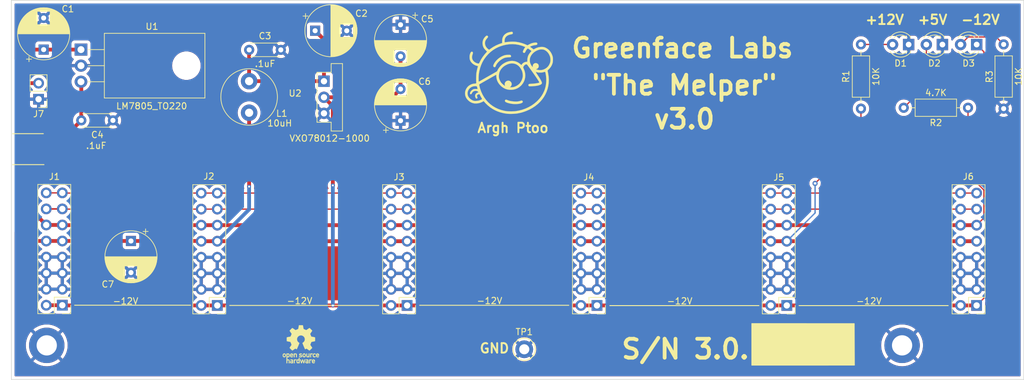
<source format=kicad_pcb>
(kicad_pcb (version 20211014) (generator pcbnew)
  (title_block (title "The Melper") (rev "3.0"))
  (layers (0 "F.Cu" signal) (31 "B.Cu" signal) (34 "B.Paste" user) (35 "F.Paste" user) (36 "B.SilkS" user "B.Silkscreen") (37 "F.SilkS" user "F.Silkscreen") (38 "B.Mask" user) (39 "F.Mask" user) (44 "Edge.Cuts" user))
  (net 0 "")
  (net 1 "+12V")
  (net 2 "GND")
  (net 3 "Net-(C2-Pad1)")
  (net 4 "+5V")
  (net 5 "-12V")
  (net 6 "Net-(D1-Pad2)")
  (net 7 "Net-(D2-Pad2)")
  (net 8 "Net-(D3-Pad2)")
  (net 9 "CV")
  (net 10 "GATE")
  (footprint "MountingHole:MountingHole_3.2mm_M3_DIN965_Pad" (layer "F.Cu") (at 180.76 94.6)
    (fp_text reference "H2" hide)
    (fp_text value "MountingHole_Pad")
    (pad "1" thru_hole circle (at 0 0) (size 5.6 5.6) (drill 3.2) (layers *.Cu *.Mask) (net 2 "GND"))
  )
  (footprint "Capacitor_THT:CP_Radial_D8.0mm_P5.00mm" (layer "F.Cu") (at 101.5 43.867349 -90)
    (fp_text reference "C5" (at -0.907349 -4.22) (layer "F.SilkS"))
    (fp_text value "10uF")
    (pad "1" thru_hole rect (at 0 0 270) (size 1.6 1.6) (drill 0.8) (layers *.Cu *.Mask) (net 2 "GND"))
    (pad "2" thru_hole circle (at 5 0 270) (size 1.6 1.6) (drill 0.8) (layers *.Cu *.Mask) (net 5 "-12V"))
  )
  (footprint "LED_THT:LED_D3.0mm" (layer "F.Cu") (at 181.795 47 180)
    (fp_text reference "D1" (at 1.27 -2.96) (layer "F.SilkS"))
    (fp_text value "RED LED")
    (pad "1" thru_hole rect (at 0 0 180) (size 1.8 1.8) (drill 0.9) (layers *.Cu *.Mask) (net 2 "GND"))
    (pad "2" thru_hole circle (at 2.54 0 180) (size 1.8 1.8) (drill 0.9) (layers *.Cu *.Mask) (net 6 "Net-(D1-Pad2)"))
  )
  (footprint "LED_THT:LED_D3.0mm" (layer "F.Cu") (at 187.135 47 180)
    (fp_text reference "D2" (at 1.27 -2.96) (layer "F.SilkS"))
    (fp_text value "YELLOW LED")
    (pad "1" thru_hole rect (at 0 0 180) (size 1.8 1.8) (drill 0.9) (layers *.Cu *.Mask) (net 2 "GND"))
    (pad "2" thru_hole circle (at 2.54 0 180) (size 1.8 1.8) (drill 0.9) (layers *.Cu *.Mask) (net 7 "Net-(D2-Pad2)"))
  )
  (footprint "Connector_PinHeader_2.54mm:PinHeader_2x08_P2.54mm_Vertical" (layer "F.Cu") (at 162.54 88.28 180)
    (fp_text reference "J5" (at 1.25 20.26) (layer "F.SilkS"))
    (fp_text value "Conn_02x08_Odd_Even")
    (pad "1" thru_hole rect (at 0 0 180) (size 1.7 1.7) (drill 1) (layers *.Cu *.Mask) (net 5 "-12V"))
    (pad "2" thru_hole oval (at 2.54 0 180) (size 1.7 1.7) (drill 1) (layers *.Cu *.Mask) (net 5 "-12V"))
    (pad "3" thru_hole oval (at 0 2.54 180) (size 1.7 1.7) (drill 1) (layers *.Cu *.Mask) (net 2 "GND"))
    (pad "4" thru_hole oval (at 2.54 2.54 180) (size 1.7 1.7) (drill 1) (layers *.Cu *.Mask) (net 2 "GND"))
    (pad "5" thru_hole oval (at 0 5.08 180) (size 1.7 1.7) (drill 1) (layers *.Cu *.Mask) (net 2 "GND"))
    (pad "6" thru_hole oval (at 2.54 5.08 180) (size 1.7 1.7) (drill 1) (layers *.Cu *.Mask) (net 2 "GND"))
    (pad "7" thru_hole oval (at 0 7.62 180) (size 1.7 1.7) (drill 1) (layers *.Cu *.Mask) (net 2 "GND"))
    (pad "8" thru_hole oval (at 2.54 7.62 180) (size 1.7 1.7) (drill 1) (layers *.Cu *.Mask) (net 2 "GND"))
    (pad "9" thru_hole oval (at 0 10.16 180) (size 1.7 1.7) (drill 1) (layers *.Cu *.Mask) (net 1 "+12V"))
    (pad "10" thru_hole oval (at 2.54 10.16 180) (size 1.7 1.7) (drill 1) (layers *.Cu *.Mask) (net 1 "+12V"))
    (pad "11" thru_hole oval (at 0 12.7 180) (size 1.7 1.7) (drill 1) (layers *.Cu *.Mask) (net 4 "+5V"))
    (pad "12" thru_hole oval (at 2.54 12.7 180) (size 1.7 1.7) (drill 1) (layers *.Cu *.Mask) (net 4 "+5V"))
    (pad "13" thru_hole oval (at 0 15.24 180) (size 1.7 1.7) (drill 1) (layers *.Cu *.Mask) (net 9 "CV"))
    (pad "14" thru_hole oval (at 2.54 15.24 180) (size 1.7 1.7) (drill 1) (layers *.Cu *.Mask) (net 9 "CV"))
    (pad "15" thru_hole oval (at 0 17.78 180) (size 1.7 1.7) (drill 1) (layers *.Cu *.Mask) (net 10 "GATE"))
    (pad "16" thru_hole oval (at 2.54 17.78 180) (size 1.7 1.7) (drill 1) (layers *.Cu *.Mask) (net 10 "GATE"))
  )
  (footprint "Connector_PinHeader_2.54mm:PinHeader_2x08_P2.54mm_Vertical" (layer "F.Cu") (at 102.54 88.28 180)
    (fp_text reference "J3" (at 1.27 20.31) (layer "F.SilkS"))
    (fp_text value "Conn_02x08_Odd_Even")
    (pad "1" thru_hole rect (at 0 0 180) (size 1.7 1.7) (drill 1) (layers *.Cu *.Mask) (net 5 "-12V"))
    (pad "2" thru_hole oval (at 2.54 0 180) (size 1.7 1.7) (drill 1) (layers *.Cu *.Mask) (net 5 "-12V"))
    (pad "3" thru_hole oval (at 0 2.54 180) (size 1.7 1.7) (drill 1) (layers *.Cu *.Mask) (net 2 "GND"))
    (pad "4" thru_hole oval (at 2.54 2.54 180) (size 1.7 1.7) (drill 1) (layers *.Cu *.Mask) (net 2 "GND"))
    (pad "5" thru_hole oval (at 0 5.08 180) (size 1.7 1.7) (drill 1) (layers *.Cu *.Mask) (net 2 "GND"))
    (pad "6" thru_hole oval (at 2.54 5.08 180) (size 1.7 1.7) (drill 1) (layers *.Cu *.Mask) (net 2 "GND"))
    (pad "7" thru_hole oval (at 0 7.62 180) (size 1.7 1.7) (drill 1) (layers *.Cu *.Mask) (net 2 "GND"))
    (pad "8" thru_hole oval (at 2.54 7.62 180) (size 1.7 1.7) (drill 1) (layers *.Cu *.Mask) (net 2 "GND"))
    (pad "9" thru_hole oval (at 0 10.16 180) (size 1.7 1.7) (drill 1) (layers *.Cu *.Mask) (net 1 "+12V"))
    (pad "10" thru_hole oval (at 2.54 10.16 180) (size 1.7 1.7) (drill 1) (layers *.Cu *.Mask) (net 1 "+12V"))
    (pad "11" thru_hole oval (at 0 12.7 180) (size 1.7 1.7) (drill 1) (layers *.Cu *.Mask) (net 4 "+5V"))
    (pad "12" thru_hole oval (at 2.54 12.7 180) (size 1.7 1.7) (drill 1) (layers *.Cu *.Mask) (net 4 "+5V"))
    (pad "13" thru_hole oval (at 0 15.24 180) (size 1.7 1.7) (drill 1) (layers *.Cu *.Mask) (net 9 "CV"))
    (pad "14" thru_hole oval (at 2.54 15.24 180) (size 1.7 1.7) (drill 1) (layers *.Cu *.Mask) (net 9 "CV"))
    (pad "15" thru_hole oval (at 0 17.78 180) (size 1.7 1.7) (drill 1) (layers *.Cu *.Mask) (net 10 "GATE"))
    (pad "16" thru_hole oval (at 2.54 17.78 180) (size 1.7 1.7) (drill 1) (layers *.Cu *.Mask) (net 10 "GATE"))
  )
  (footprint "Connector_PinHeader_2.54mm:PinHeader_1x02_P2.54mm_Vertical" (layer "F.Cu") (at 44.3 55.65 180)
    (fp_text reference "J7" (at 0 -2.33) (layer "F.SilkS"))
    (fp_text value "Conn_01x02")
    (pad "1" thru_hole rect (at 0 0 180) (size 1.7 1.7) (drill 1) (layers *.Cu *.Mask) (net 2 "GND"))
    (pad "2" thru_hole oval (at 0 2.54 180) (size 1.7 1.7) (drill 1) (layers *.Cu *.Mask) (net 1 "+12V"))
  )
  (footprint "Symbol:OSHW-Logo_5.7x6mm_SilkScreen" (layer "F.Cu") (at 85.75 94.42)
    (fp_text reference "GR2" hide)
    (fp_text value "Logo_Open_Hardware_Small" hide)
  )
  (footprint "Converter_DCDC:Converter_DCDC_Murata_OKI-78SR_Vertical" (layer "F.Cu") (at 89.4 52.805 -90)
    (fp_text reference "U2" (at 1.905 4.56 180) (layer "F.SilkS"))
    (fp_text value "VXO78012-1000" (at 9.035 -0.9 180) (layer "F.SilkS"))
    (pad "1" thru_hole rect (at 0 0 270) (size 1.8 1.8) (drill 1) (layers *.Cu *.Mask) (net 3 "Net-(C2-Pad1)"))
    (pad "2" thru_hole circle (at 2.54 0 270) (size 1.8 1.8) (drill 1) (layers *.Cu *.Mask) (net 5 "-12V"))
    (pad "3" thru_hole circle (at 5.08 0 270) (size 1.8 1.8) (drill 1) (layers *.Cu *.Mask) (net 2 "GND"))
  )
  (footprint "Connector_PinHeader_2.54mm:PinHeader_2x08_P2.54mm_Vertical" (layer "F.Cu") (at 132.54 88.28 180)
    (fp_text reference "J4" (at 1.29 20.28) (layer "F.SilkS"))
    (fp_text value "Conn_02x08_Odd_Even")
    (pad "1" thru_hole rect (at 0 0 180) (size 1.7 1.7) (drill 1) (layers *.Cu *.Mask) (net 5 "-12V"))
    (pad "2" thru_hole oval (at 2.54 0 180) (size 1.7 1.7) (drill 1) (layers *.Cu *.Mask) (net 5 "-12V"))
    (pad "3" thru_hole oval (at 0 2.54 180) (size 1.7 1.7) (drill 1) (layers *.Cu *.Mask) (net 2 "GND"))
    (pad "4" thru_hole oval (at 2.54 2.54 180) (size 1.7 1.7) (drill 1) (layers *.Cu *.Mask) (net 2 "GND"))
    (pad "5" thru_hole oval (at 0 5.08 180) (size 1.7 1.7) (drill 1) (layers *.Cu *.Mask) (net 2 "GND"))
    (pad "6" thru_hole oval (at 2.54 5.08 180) (size 1.7 1.7) (drill 1) (layers *.Cu *.Mask) (net 2 "GND"))
    (pad "7" thru_hole oval (at 0 7.62 180) (size 1.7 1.7) (drill 1) (layers *.Cu *.Mask) (net 2 "GND"))
    (pad "8" thru_hole oval (at 2.54 7.62 180) (size 1.7 1.7) (drill 1) (layers *.Cu *.Mask) (net 2 "GND"))
    (pad "9" thru_hole oval (at 0 10.16 180) (size 1.7 1.7) (drill 1) (layers *.Cu *.Mask) (net 1 "+12V"))
    (pad "10" thru_hole oval (at 2.54 10.16 180) (size 1.7 1.7) (drill 1) (layers *.Cu *.Mask) (net 1 "+12V"))
    (pad "11" thru_hole oval (at 0 12.7 180) (size 1.7 1.7) (drill 1) (layers *.Cu *.Mask) (net 4 "+5V"))
    (pad "12" thru_hole oval (at 2.54 12.7 180) (size 1.7 1.7) (drill 1) (layers *.Cu *.Mask) (net 4 "+5V"))
    (pad "13" thru_hole oval (at 0 15.24 180) (size 1.7 1.7) (drill 1) (layers *.Cu *.Mask) (net 9 "CV"))
    (pad "14" thru_hole oval (at 2.54 15.24 180) (size 1.7 1.7) (drill 1) (layers *.Cu *.Mask) (net 9 "CV"))
    (pad "15" thru_hole oval (at 0 17.78 180) (size 1.7 1.7) (drill 1) (layers *.Cu *.Mask) (net 10 "GATE"))
    (pad "16" thru_hole oval (at 2.54 17.78 180) (size 1.7 1.7) (drill 1) (layers *.Cu *.Mask) (net 10 "GATE"))
  )
  (footprint "Capacitor_THT:CP_Radial_D8.0mm_P5.00mm" (layer "F.Cu") (at 58.9 78.082651 -90)
    (fp_text reference "C7" (at 6.852651 3.65) (layer "F.SilkS"))
    (fp_text value "10uF")
    (pad "1" thru_hole rect (at 0 0 270) (size 1.6 1.6) (drill 0.8) (layers *.Cu *.Mask) (net 1 "+12V"))
    (pad "2" thru_hole circle (at 5 0 270) (size 1.6 1.6) (drill 0.8) (layers *.Cu *.Mask) (net 2 "GND"))
  )
  (footprint "Resistor_THT:R_Axial_DIN0207_L6.3mm_D2.5mm_P10.16mm_Horizontal" (layer "F.Cu") (at 174.26 57.14 90)
    (fp_text reference "R1" (at 5.08 -2.37 90) (layer "F.SilkS"))
    (fp_text value "10K" (at 5.08 2.37 90) (layer "F.SilkS"))
    (pad "1" thru_hole circle (at 0 0 90) (size 1.6 1.6) (drill 0.8) (layers *.Cu *.Mask) (net 1 "+12V"))
    (pad "2" thru_hole oval (at 10.16 0 90) (size 1.6 1.6) (drill 0.8) (layers *.Cu *.Mask) (net 6 "Net-(D1-Pad2)"))
  )
  (footprint "Capacitor_THT:CP_Radial_D8.0mm_P5.00mm" (layer "F.Cu") (at 101.5 59.042651 90)
    (fp_text reference "C6" (at 6.192651 3.8 180) (layer "F.SilkS"))
    (fp_text value "10uF")
    (pad "1" thru_hole rect (at 0 0 90) (size 1.6 1.6) (drill 0.8) (layers *.Cu *.Mask) (net 2 "GND"))
    (pad "2" thru_hole circle (at 5 0 90) (size 1.6 1.6) (drill 0.8) (layers *.Cu *.Mask) (net 5 "-12V"))
  )
  (footprint "panel:small_face" (layer "F.Cu") (at 118.59 51.91)
    (fp_text reference "GR1" hide)
    (fp_text value "small_logo" hide)
  )
  (footprint "Capacitor_THT:C_Disc_D4.3mm_W1.9mm_P5.00mm" (layer "F.Cu") (at 77.58 47.84)
    (fp_text reference "C3" (at 2.5 -2.2) (layer "F.SilkS"))
    (fp_text value ".1uF" (at 2.5 2.2) (layer "F.SilkS"))
    (pad "1" thru_hole circle (at 0 0) (size 1.6 1.6) (drill 0.8) (layers *.Cu *.Mask) (net 3 "Net-(C2-Pad1)"))
    (pad "2" thru_hole circle (at 5 0) (size 1.6 1.6) (drill 0.8) (layers *.Cu *.Mask) (net 2 "GND"))
  )
  (footprint "Package_TO_SOT_THT:TO-220-3_Horizontal_TabDown" (layer "F.Cu") (at 51 47.8 -90)
    (fp_text reference "U1" (at -3.65 -11.22 180) (layer "F.SilkS"))
    (fp_text value "LM7805_TO220" (at 8.94 -11.17 180) (layer "F.SilkS"))
    (pad "" np_thru_hole oval (at 2.54 -16.66 270) (size 3.5 3.5) (drill 3.5) (layers *.Cu *.Mask))
    (pad "1" thru_hole rect (at 0 0 270) (size 1.905 2) (drill 1.1) (layers *.Cu *.Mask) (net 1 "+12V"))
    (pad "2" thru_hole oval (at 2.54 0 270) (size 1.905 2) (drill 1.1) (layers *.Cu *.Mask) (net 2 "GND"))
    (pad "3" thru_hole oval (at 5.08 0 270) (size 1.905 2) (drill 1.1) (layers *.Cu *.Mask) (net 4 "+5V"))
  )
  (footprint "Capacitor_THT:C_Disc_D4.3mm_W1.9mm_P5.00mm" (layer "F.Cu") (at 51.05 59)
    (fp_text reference "C4" (at 2.54 2.28 180) (layer "F.SilkS"))
    (fp_text value ".1uF" (at 2.35 4 180) (layer "F.SilkS"))
    (pad "1" thru_hole circle (at 0 0) (size 1.6 1.6) (drill 0.8) (layers *.Cu *.Mask) (net 4 "+5V"))
    (pad "2" thru_hole circle (at 5 0) (size 1.6 1.6) (drill 0.8) (layers *.Cu *.Mask) (net 2 "GND"))
  )
  (footprint "LED_THT:LED_D3.0mm" (layer "F.Cu") (at 192.545 47 180)
    (fp_text reference "D3" (at 1.27 -2.96) (layer "F.SilkS"))
    (fp_text value "GREEN LED")
    (pad "1" thru_hole rect (at 0 0 180) (size 1.8 1.8) (drill 0.9) (layers *.Cu *.Mask) (net 5 "-12V"))
    (pad "2" thru_hole circle (at 2.54 0 180) (size 1.8 1.8) (drill 0.9) (layers *.Cu *.Mask) (net 8 "Net-(D3-Pad2)"))
  )
  (footprint "TestPoint:TestPoint_Keystone_5005-5009_Compact" (layer "F.Cu") (at 121.05 95.22)
    (fp_text reference "TP1" (at 0 -2.75) (layer "F.SilkS"))
    (fp_text value "TestPoint")
    (pad "1" thru_hole circle (at 0 0) (size 2.8 2.8) (drill 1.6) (layers *.Cu *.Mask) (net 2 "GND"))
  )
  (footprint "Resistor_THT:R_Axial_DIN0207_L6.3mm_D2.5mm_P10.16mm_Horizontal" (layer "F.Cu") (at 191.18 57 180)
    (fp_text reference "R2" (at 5.08 -2.37) (layer "F.SilkS"))
    (fp_text value "4.7K" (at 5.08 2.37) (layer "F.SilkS"))
    (pad "1" thru_hole circle (at 0 0 180) (size 1.6 1.6) (drill 0.8) (layers *.Cu *.Mask) (net 4 "+5V"))
    (pad "2" thru_hole oval (at 10.16 0 180) (size 1.6 1.6) (drill 0.8) (layers *.Cu *.Mask) (net 7 "Net-(D2-Pad2)"))
  )
  (footprint "Resistor_THT:R_Axial_DIN0207_L6.3mm_D2.5mm_P10.16mm_Horizontal" (layer "F.Cu") (at 196.81 57.14 90)
    (fp_text reference "R3" (at 5.05 -2.25 90) (layer "F.SilkS"))
    (fp_text value "10K" (at 5.08 2.37 90) (layer "F.SilkS"))
    (pad "1" thru_hole circle (at 0 0 90) (size 1.6 1.6) (drill 0.8) (layers *.Cu *.Mask) (net 2 "GND"))
    (pad "2" thru_hole oval (at 10.16 0 90) (size 1.6 1.6) (drill 0.8) (layers *.Cu *.Mask) (net 8 "Net-(D3-Pad2)"))
  )
  (footprint "Capacitor_THT:CP_Radial_D8.0mm_P5.00mm" (layer "F.Cu") (at 88 44.81)
    (fp_text reference "C2" (at 7.32 -2.73) (layer "F.SilkS"))
    (fp_text value "10uF")
    (pad "1" thru_hole rect (at 0 0) (size 1.6 1.6) (drill 0.8) (layers *.Cu *.Mask) (net 3 "Net-(C2-Pad1)"))
    (pad "2" thru_hole circle (at 5 0) (size 1.6 1.6) (drill 0.8) (layers *.Cu *.Mask) (net 2 "GND"))
  )
  (footprint "Connector_PinHeader_2.54mm:PinHeader_2x08_P2.54mm_Vertical" (layer "F.Cu") (at 48.05 88.25 180)
    (fp_text reference "J1" (at 1.25 20.35) (layer "F.SilkS"))
    (fp_text value "Conn_02x08_Odd_Even")
    (pad "1" thru_hole rect (at 0 0 180) (size 1.7 1.7) (drill 1) (layers *.Cu *.Mask) (net 5 "-12V"))
    (pad "2" thru_hole oval (at 2.54 0 180) (size 1.7 1.7) (drill 1) (layers *.Cu *.Mask) (net 5 "-12V"))
    (pad "3" thru_hole oval (at 0 2.54 180) (size 1.7 1.7) (drill 1) (layers *.Cu *.Mask) (net 2 "GND"))
    (pad "4" thru_hole oval (at 2.54 2.54 180) (size 1.7 1.7) (drill 1) (layers *.Cu *.Mask) (net 2 "GND"))
    (pad "5" thru_hole oval (at 0 5.08 180) (size 1.7 1.7) (drill 1) (layers *.Cu *.Mask) (net 2 "GND"))
    (pad "6" thru_hole oval (at 2.54 5.08 180) (size 1.7 1.7) (drill 1) (layers *.Cu *.Mask) (net 2 "GND"))
    (pad "7" thru_hole oval (at 0 7.62 180) (size 1.7 1.7) (drill 1) (layers *.Cu *.Mask) (net 2 "GND"))
    (pad "8" thru_hole oval (at 2.54 7.62 180) (size 1.7 1.7) (drill 1) (layers *.Cu *.Mask) (net 2 "GND"))
    (pad "9" thru_hole oval (at 0 10.16 180) (size 1.7 1.7) (drill 1) (layers *.Cu *.Mask) (net 1 "+12V"))
    (pad "10" thru_hole oval (at 2.54 10.16 180) (size 1.7 1.7) (drill 1) (layers *.Cu *.Mask) (net 1 "+12V"))
    (pad "11" thru_hole oval (at 0 12.7 180) (size 1.7 1.7) (drill 1) (layers *.Cu *.Mask) (net 4 "+5V"))
    (pad "12" thru_hole oval (at 2.54 12.7 180) (size 1.7 1.7) (drill 1) (layers *.Cu *.Mask) (net 4 "+5V"))
    (pad "13" thru_hole oval (at 0 15.24 180) (size 1.7 1.7) (drill 1) (layers *.Cu *.Mask) (net 9 "CV"))
    (pad "14" thru_hole oval (at 2.54 15.24 180) (size 1.7 1.7) (drill 1) (layers *.Cu *.Mask) (net 9 "CV"))
    (pad "15" thru_hole oval (at 0 17.78 180) (size 1.7 1.7) (drill 1) (layers *.Cu *.Mask) (net 10 "GATE"))
    (pad "16" thru_hole oval (at 2.54 17.78 180) (size 1.7 1.7) (drill 1) (layers *.Cu *.Mask) (net 10 "GATE"))
  )
  (footprint "MountingHole:MountingHole_3.2mm_M3_DIN965_Pad" (layer "F.Cu") (at 45.59 94.6)
    (fp_text reference "H1" hide)
    (fp_text value "MountingHole_Pad")
    (pad "1" thru_hole circle (at 0 0) (size 5.6 5.6) (drill 3.2) (layers *.Cu *.Mask) (net 2 "GND"))
  )
  (footprint "Connector_PinHeader_2.54mm:PinHeader_2x08_P2.54mm_Vertical" (layer "F.Cu") (at 192.54 88.28 180)
    (fp_text reference "J6" (at 1.31 20.38) (layer "F.SilkS"))
    (fp_text value "Conn_02x08_Odd_Even")
    (pad "1" thru_hole rect (at 0 0 180) (size 1.7 1.7) (drill 1) (layers *.Cu *.Mask) (net 5 "-12V"))
    (pad "2" thru_hole oval (at 2.54 0 180) (size 1.7 1.7) (drill 1) (layers *.Cu *.Mask) (net 5 "-12V"))
    (pad "3" thru_hole oval (at 0 2.54 180) (size 1.7 1.7) (drill 1) (layers *.Cu *.Mask) (net 2 "GND"))
    (pad "4" thru_hole oval (at 2.54 2.54 180) (size 1.7 1.7) (drill 1) (layers *.Cu *.Mask) (net 2 "GND"))
    (pad "5" thru_hole oval (at 0 5.08 180) (size 1.7 1.7) (drill 1) (layers *.Cu *.Mask) (net 2 "GND"))
    (pad "6" thru_hole oval (at 2.54 5.08 180) (size 1.7 1.7) (drill 1) (layers *.Cu *.Mask) (net 2 "GND"))
    (pad "7" thru_hole oval (at 0 7.62 180) (size 1.7 1.7) (drill 1) (layers *.Cu *.Mask) (net 2 "GND"))
    (pad "8" thru_hole oval (at 2.54 7.62 180) (size 1.7 1.7) (drill 1) (layers *.Cu *.Mask) (net 2 "GND"))
    (pad "9" thru_hole oval (at 0 10.16 180) (size 1.7 1.7) (drill 1) (layers *.Cu *.Mask) (net 1 "+12V"))
    (pad "10" thru_hole oval (at 2.54 10.16 180) (size 1.7 1.7) (drill 1) (layers *.Cu *.Mask) (net 1 "+12V"))
    (pad "11" thru_hole oval (at 0 12.7 180) (size 1.7 1.7) (drill 1) (layers *.Cu *.Mask) (net 4 "+5V"))
    (pad "12" thru_hole oval (at 2.54 12.7 180) (size 1.7 1.7) (drill 1) (layers *.Cu *.Mask) (net 4 "+5V"))
    (pad "13" thru_hole oval (at 0 15.24 180) (size 1.7 1.7) (drill 1) (layers *.Cu *.Mask) (net 9 "CV"))
    (pad "14" thru_hole oval (at 2.54 15.24 180) (size 1.7 1.7) (drill 1) (layers *.Cu *.Mask) (net 9 "CV"))
    (pad "15" thru_hole oval (at 0 17.78 180) (size 1.7 1.7) (drill 1) (layers *.Cu *.Mask) (net 10 "GATE"))
    (pad "16" thru_hole oval (at 2.54 17.78 180) (size 1.7 1.7) (drill 1) (layers *.Cu *.Mask) (net 10 "GATE"))
  )
  (footprint "Capacitor_THT:CP_Radial_D8.0mm_P5.00mm" (layer "F.Cu") (at 45.1 47.8 90)
    (fp_text reference "C1" (at 6.43 3.83 180) (layer "F.SilkS"))
    (fp_text value "10uF")
    (pad "1" thru_hole rect (at 0 0 90) (size 1.6 1.6) (drill 0.8) (layers *.Cu *.Mask) (net 1 "+12V"))
    (pad "2" thru_hole circle (at 5 0 90) (size 1.6 1.6) (drill 0.8) (layers *.Cu *.Mask) (net 2 "GND"))
  )
  (footprint "Connector_PinHeader_2.54mm:PinHeader_2x08_P2.54mm_Vertical" (layer "F.Cu") (at 72.54 88.28 180)
    (fp_text reference "J2" (at 1.33 20.42) (layer "F.SilkS"))
    (fp_text value "Conn_02x08_Odd_Even")
    (pad "1" thru_hole rect (at 0 0 180) (size 1.7 1.7) (drill 1) (layers *.Cu *.Mask) (net 5 "-12V"))
    (pad "2" thru_hole oval (at 2.54 0 180) (size 1.7 1.7) (drill 1) (layers *.Cu *.Mask) (net 5 "-12V"))
    (pad "3" thru_hole oval (at 0 2.54 180) (size 1.7 1.7) (drill 1) (layers *.Cu *.Mask) (net 2 "GND"))
    (pad "4" thru_hole oval (at 2.54 2.54 180) (size 1.7 1.7) (drill 1) (layers *.Cu *.Mask) (net 2 "GND"))
    (pad "5" thru_hole oval (at 0 5.08 180) (size 1.7 1.7) (drill 1) (layers *.Cu *.Mask) (net 2 "GND"))
    (pad "6" thru_hole oval (at 2.54 5.08 180) (size 1.7 1.7) (drill 1) (layers *.Cu *.Mask) (net 2 "GND"))
    (pad "7" thru_hole oval (at 0 7.62 180) (size 1.7 1.7) (drill 1) (layers *.Cu *.Mask) (net 2 "GND"))
    (pad "8" thru_hole oval (at 2.54 7.62 180) (size 1.7 1.7) (drill 1) (layers *.Cu *.Mask) (net 2 "GND"))
    (pad "9" thru_hole oval (at 0 10.16 180) (size 1.7 1.7) (drill 1) (layers *.Cu *.Mask) (net 1 "+12V"))
    (pad "10" thru_hole oval (at 2.54 10.16 180) (size 1.7 1.7) (drill 1) (layers *.Cu *.Mask) (net 1 "+12V"))
    (pad "11" thru_hole oval (at 0 12.7 180) (size 1.7 1.7) (drill 1) (layers *.Cu *.Mask) (net 4 "+5V"))
    (pad "12" thru_hole oval (at 2.54 12.7 180) (size 1.7 1.7) (drill 1) (layers *.Cu *.Mask) (net 4 "+5V"))
    (pad "13" thru_hole oval (at 0 15.24 180) (size 1.7 1.7) (drill 1) (layers *.Cu *.Mask) (net 9 "CV"))
    (pad "14" thru_hole oval (at 2.54 15.24 180) (size 1.7 1.7) (drill 1) (layers *.Cu *.Mask) (net 9 "CV"))
    (pad "15" thru_hole oval (at 0 17.78 180) (size 1.7 1.7) (drill 1) (layers *.Cu *.Mask) (net 10 "GATE"))
    (pad "16" thru_hole oval (at 2.54 17.78 180) (size 1.7 1.7) (drill 1) (layers *.Cu *.Mask) (net 10 "GATE"))
  )
  (footprint "Inductor_THT:L_Radial_D8.7mm_P5.00mm_Fastron_07HCP" (layer "F.Cu") (at 77.57 52.79 -90)
    (fp_text reference "L1" (at 5.12 -5.16 180) (layer "F.SilkS"))
    (fp_text value "10uH" (at 6.66 -4.84 180) (layer "F.SilkS"))
    (pad "1" thru_hole circle (at 0 0 270) (size 2.6 2.6) (drill 1.3) (layers *.Cu *.Mask) (net 3 "Net-(C2-Pad1)"))
    (pad "2" thru_hole circle (at 5 0 270) (size 2.6 2.6) (drill 1.3) (layers *.Cu *.Mask) (net 1 "+12V"))
  )
  (gr_line (start 45.15 66) (end 40.2 66) (layer "F.SilkS") (width 0.15))
  (gr_line (start 104.52 88.26) (end 128.09 88.26) (layer "F.SilkS") (width 0.15))
  (gr_line (start 40.2 61.1) (end 45.05 61.1) (layer "F.SilkS") (width 0.15))
  (gr_line (start 50 88.25) (end 68.32 88.25) (layer "F.SilkS") (width 0.15))
  (gr_line (start 74.5 88.28) (end 98.07 88.28) (layer "F.SilkS") (width 0.15))
  (gr_poly (pts (xy 173.24 97.74) (xy 156.997871 97.746763) (xy 156.997871 91.142763) (xy 173.21 91.15)) (layer "F.SilkS") (width 0.1) (fill solid))
  (gr_line (start 134.57 88.31) (end 158.14 88.31) (layer "F.SilkS") (width 0.15))
  (gr_line (start 164.48 88.31) (end 188.05 88.31) (layer "F.SilkS") (width 0.15))
  (gr_line locked (start 40 100) (end 200 100) (layer "Edge.Cuts") (width 0.1))
  (gr_line (start 40 40) (end 40 100) (layer "Edge.Cuts") (width 0.1))
  (gr_line locked (start 40 40) (end 200 40) (layer "Edge.Cuts") (width 0.1))
  (gr_line locked (start 200 40) (end 200 100) (layer "Edge.Cuts") (width 0.1))
  (gr_text "-12V" (at 175.53 87.6) (layer "F.SilkS") (effects (font (size 1 1))))
  (gr_text "v3.0" (at 146.36 58.8) (layer "F.SilkS") (effects (font (size 3 3) (thickness 0.6))))
  (gr_text "GND" (at 116.34 95.07) (layer "F.SilkS") (effects (font (size 1.5 1.5) (thickness 0.3))))
  (gr_text "-12V" (at 115.57 87.55) (layer "F.SilkS") (effects (font (size 1 1))))
  (gr_text "S/N 3.0." (at 146.52 95.2) (layer "F.SilkS") (effects (font (size 3 3) (thickness 0.6))))
  (gr_text "-12V" (at 145.62 87.6) (layer "F.SilkS") (effects (font (size 1 1))))
  (gr_text "-12V" (at 58.05 87.6) (layer "F.SilkS") (effects (font (size 1 1))))
  (gr_text "Greenface Labs" (at 146.05 47.55) (layer "F.SilkS") (effects (font (size 3 3) (thickness 0.6))))
  (gr_text "Argh Ptoo" (at 119.27 60.19) (layer "F.SilkS") (effects (font (size 1.5 1.5) (thickness 0.3))))
  (gr_text "+12V  +5V  -12V" (at 185.58 43.07) (layer "F.SilkS") (effects (font (size 1.5 1.5) (thickness 0.3))))
  (gr_text "-12V" (at 85.55 87.57) (layer "F.SilkS") (effects (font (size 1 1))))
  (gr_text "{dblquote}The Melper{dblquote}" (at 146.36 53.43) (layer "F.SilkS") (effects (font (size 3 3) (thickness 0.6))))
  (segment (start 43.302651 78.08) (end 51.42 78.08) (width 0.6) (layer "F.Cu") (net 1))
  (segment (start 174.26 57.14) (end 174.26 61.72) (width 0.2) (layer "F.Cu") (net 1))
  (segment (start 190 78.12) (end 192.54 78.12) (width 0.6) (layer "F.Cu") (net 1))
  (segment (start 100 78.12) (end 102.54 78.12) (width 0.6) (layer "F.Cu") (net 1))
  (segment (start 160 78.12) (end 162.54 78.12) (width 0.6) (layer "F.Cu") (net 1))
  (segment (start 45.1 47.8) (end 43.43 47.8) (width 0.6) (layer "F.Cu") (net 1))
  (segment (start 77.57 57.79) (end 77.57 69.48) (width 0.6) (layer "F.Cu") (net 1))
  (segment (start 174.26 61.72) (end 167.01 68.97) (width 0.2) (layer "F.Cu") (net 1))
  (segment (start 43.43 47.8) (end 41.03 50.2) (width 0.6) (layer "F.Cu") (net 1))
  (segment (start 130 78.12) (end 132.54 78.12) (width 0.6) (layer "F.Cu") (net 1))
  (segment (start 162.54 78.12) (end 190 78.12) (width 0.6) (layer "F.Cu") (net 1))
  (segment (start 70 78.12) (end 72.54 78.12) (width 0.6) (layer "F.Cu") (net 1))
  (segment (start 102.54 78.12) (end 130 78.12) (width 0.6) (layer "F.Cu") (net 1))
  (segment (start 41.03 52.73) (end 41.03 75.807349) (width 0.6) (layer "F.Cu") (net 1))
  (segment (start 51.42 78.08) (end 51.422651 78.082651) (width 0.6) (layer "F.Cu") (net 1))
  (segment (start 72.54 78.12) (end 100 78.12) (width 0.6) (layer "F.Cu") (net 1))
  (segment (start 51.422651 78.082651) (end 69.962651 78.082651) (width 0.6) (layer "F.Cu") (net 1))
  (segment (start 69.962651 78.082651) (end 70 78.12) (width 0.6) (layer "F.Cu") (net 1))
  (segment (start 132.54 78.12) (end 160 78.12) (width 0.6) (layer "F.Cu") (net 1))
  (segment (start 45.1 47.8) (end 51 47.8) (width 0.6) (layer "F.Cu") (net 1))
  (segment (start 41.03 75.807349) (end 43.302651 78.08) (width 0.6) (layer "F.Cu") (net 1))
  (segment (start 41.03 50.2) (end 41.03 52.73) (width 0.6) (layer "F.Cu") (net 1))
  (segment (start 41.03 52.73) (end 41.41 53.11) (width 0.6) (layer "F.Cu") (net 1))
  (segment (start 41.41 53.11) (end 44.3 53.11) (width 0.6) (layer "F.Cu") (net 1))
  (via (at 77.57 69.48) (size 0.6) (drill 0.3) (layers "F.Cu" "B.Cu") (net 1))
  (via (at 167.01 68.97) (size 0.8) (drill 0.4) (layers "F.Cu" "B.Cu") (net 1))
  (segment (start 72.54 78.12) (end 77.57 73.09) (width 0.6) (layer "B.Cu") (net 1))
  (segment (start 167.01 73.65) (end 162.54 78.12) (width 0.2) (layer "B.Cu") (net 1))
  (segment (start 77.57 73.09) (end 77.57 69.48) (width 0.6) (layer "B.Cu") (net 1))
  (segment (start 167.01 68.97) (end 167.01 73.65) (width 0.2) (layer "B.Cu") (net 1))
  (segment (start 77.57 47.85) (end 77.58 47.84) (width 0.6) (layer "F.Cu") (net 3))
  (segment (start 89.4 46.21) (end 88 44.81) (width 0.6) (layer "F.Cu") (net 3))
  (segment (start 89.4 52.805) (end 89.4 46.21) (width 0.6) (layer "F.Cu") (net 3))
  (segment (start 77.57 52.79) (end 89.385 52.79) (width 0.6) (layer "F.Cu") (net 3))
  (segment (start 89.385 52.79) (end 89.4 52.805) (width 0.6) (layer "F.Cu") (net 3))
  (segment (start 77.57 52.79) (end 77.57 47.85) (width 0.6) (layer "F.Cu") (net 3))
  (segment (start 51.05 59) (end 51.05 52.93) (width 0.6) (layer "F.Cu") (net 4))
  (segment (start 191.18 67.514345) (end 193.689511 70.023856) (width 0.2) (layer "F.Cu") (net 4))
  (segment (start 48.08 75.58) (end 48.05 75.55) (width 0.6) (layer "F.Cu") (net 4))
  (segment (start 130 75.58) (end 132.54 75.58) (width 0.6) (layer "F.Cu") (net 4))
  (segment (start 70 75.58) (end 72.54 75.58) (width 0.6) (layer "F.Cu") (net 4))
  (segment (start 51.05 52.93) (end 51 52.88) (width 0.6) (layer "F.Cu") (net 4))
  (segment (start 72.54 75.58) (end 100 75.58) (width 0.6) (layer "F.Cu") (net 4))
  (segment (start 193.689511 70.023856) (end 193.689511 74.430489) (width 0.2) (layer "F.Cu") (net 4))
  (segment (start 162.54 75.58) (end 187.66 75.58) (width 0.6) (layer "F.Cu") (net 4))
  (segment (start 190 75.58) (end 192.54 75.58) (width 0.6) (layer "F.Cu") (net 4))
  (segment (start 193.689511 74.430489) (end 192.54 75.58) (width 0.2) (layer "F.Cu") (net 4))
  (segment (start 160 75.58) (end 162.54 75.58) (width 0.6) (layer "F.Cu") (net 4))
  (segment (start 42.75 67.3) (end 51.05 59) (width 0.6) (layer "F.Cu") (net 4))
  (segment (start 102.54 75.58) (end 130 75.58) (width 0.6) (layer "F.Cu") (net 4))
  (segment (start 48.05 75.55) (end 45.51 75.55) (width 0.6) (layer "F.Cu") (net 4))
  (segment (start 42.75 72.79) (end 42.75 67.3) (width 0.6) (layer "F.Cu") (net 4))
  (segment (start 187.66 75.58) (end 190 75.58) (width 0.6) (layer "F.Cu") (net 4))
  (segment (start 70 75.58) (end 48.08 75.58) (width 0.6) (layer "F.Cu") (net 4))
  (segment (start 132.54 75.58) (end 160 75.58) (width 0.6) (layer "F.Cu") (net 4))
  (segment (start 45.51 75.55) (end 42.75 72.79) (width 0.6) (layer "F.Cu") (net 4))
  (segment (start 100 75.58) (end 102.54 75.58) (width 0.6) (layer "F.Cu") (net 4))
  (segment (start 191.18 57) (end 191.18 67.514345) (width 0.2) (layer "F.Cu") (net 4))
  (segment (start 90.799511 56.744511) (end 90.799511 69.290489) (width 0.6) (layer "F.Cu") (net 5))
  (segment (start 192.545 47) (end 193.689511 48.144511) (width 0.2) (layer "F.Cu") (net 5))
  (segment (start 162.54 88.28) (end 190 88.28) (width 0.6) (layer "F.Cu") (net 5))
  (segment (start 195.47 62.69) (end 195.47 85.35) (width 0.2) (layer "F.Cu") (net 5))
  (segment (start 100.197651 55.345) (end 101.5 54.042651) (width 0.6) (layer "F.Cu") (net 5))
  (segment (start 101.5 54.042651) (end 101.5 48.867349) (width 0.6) (layer "F.Cu") (net 5))
  (segment (start 102.54 88.28) (end 130 88.28) (width 0.6) (layer "F.Cu") (net 5))
  (segment (start 190 88.28) (end 192.54 88.28) (width 0.6) (layer "F.Cu") (net 5))
  (segment (start 70 88.28) (end 48.08 88.28) (width 0.6) (layer "F.Cu") (net 5))
  (segment (start 89.4 55.345) (end 90.799511 56.744511) (width 0.6) (layer "F.Cu") (net 5))
  (segment (start 100 88.28) (end 102.54 88.28) (width 0.6) (layer "F.Cu") (net 5))
  (segment (start 70 88.28) (end 72.54 88.28) (width 0.6) (layer "F.Cu") (net 5))
  (segment (start 195.47 85.35) (end 192.54 88.28) (width 0.2) (layer "F.Cu") (net 5))
  (segment (start 193.689511 60.909511) (end 195.47 62.69) (width 0.2) (layer "F.Cu") (net 5))
  (segment (start 160 88.28) (end 162.54 88.28) (width 0.6) (layer "F.Cu") (net 5))
  (segment (start 48.05 88.25) (end 45.51 88.25) (width 0.6) (layer "F.Cu") (net 5))
  (segment (start 89.4 55.345) (end 100.197651 55.345) (width 0.6) (layer "F.Cu") (net 5))
  (segment (start 193.689511 48.144511) (end 193.689511 60.909511) (width 0.2) (layer "F.Cu") (net 5))
  (segment (start 130 88.28) (end 132.54 88.28) (width 0.6) (layer "F.Cu") (net 5))
  (segment (start 72.54 88.28) (end 90.81 88.28) (width 0.6) (layer "F.Cu") (net 5))
  (segment (start 132.54 88.28) (end 160 88.28) (width 0.6) (layer "F.Cu") (net 5))
  (segment (start 90.81 88.28) (end 100 88.28) (width 0.6) (layer "F.Cu") (net 5))
  (segment (start 48.08 88.28) (end 48.05 88.25) (width 0.6) (layer "F.Cu") (net 5))
  (via (at 90.799511 69.290489) (size 0.6) (drill 0.3) (layers "F.Cu" "B.Cu") (net 5))
  (via (at 90.81 88.28) (size 0.6) (drill 0.3) (layers "F.Cu" "B.Cu") (net 5))
  (segment (start 90.799511 69.290489) (end 90.799511 88.209511) (width 0.6) (layer "B.Cu") (net 5))
  (segment (start 179.235 46.98) (end 179.255 47) (width 0.2) (layer "F.Cu") (net 6))
  (segment (start 174.26 46.98) (end 179.235 46.98) (width 0.2) (layer "F.Cu") (net 6))
  (segment (start 184.595 53.425) (end 181.02 57) (width 0.2) (layer "F.Cu") (net 7))
  (segment (start 184.595 47) (end 184.595 53.425) (width 0.2) (layer "F.Cu") (net 7))
  (segment (start 195.630489 45.800489) (end 196.81 46.98) (width 0.2) (layer "F.Cu") (net 8))
  (segment (start 191.204511 45.800489) (end 195.630489 45.800489) (width 0.2) (layer "F.Cu") (net 8))
  (segment (start 190.005 47) (end 191.204511 45.800489) (width 0.2) (layer "F.Cu") (net 8))
  (segment (start 190 73.04) (end 192.54 73.04) (width 0.2) (layer "F.Cu") (net 9))
  (segment (start 72.54 73.04) (end 100 73.04) (width 0.2) (layer "F.Cu") (net 9))
  (segment (start 102.54 73.04) (end 130 73.04) (width 0.2) (layer "F.Cu") (net 9))
  (segment (start 70 73.04) (end 72.54 73.04) (width 0.2) (layer "F.Cu") (net 9))
  (segment (start 132.54 73.04) (end 160 73.04) (width 0.2) (layer "F.Cu") (net 9))
  (segment (start 48.08 73.04) (end 48.05 73.01) (width 0.2) (layer "F.Cu") (net 9))
  (segment (start 100 73.04) (end 102.54 73.04) (width 0.2) (layer "F.Cu") (net 9))
  (segment (start 162.54 73.04) (end 190 73.04) (width 0.2) (layer "F.Cu") (net 9))
  (segment (start 48.05 73.01) (end 45.51 73.01) (width 0.25) (layer "F.Cu") (net 9))
  (segment (start 130 73.04) (end 132.54 73.04) (width 0.2) (layer "F.Cu") (net 9))
  (segment (start 70 73.04) (end 48.08 73.04) (width 0.2) (layer "F.Cu") (net 9))
  (segment (start 160 73.04) (end 162.54 73.04) (width 0.2) (layer "F.Cu") (net 9))
  (segment (start 102.54 70.5) (end 130 70.5) (width 0.2) (layer "F.Cu") (net 10))
  (segment (start 72.54 70.5) (end 100 70.5) (width 0.2) (layer "F.Cu") (net 10))
  (segment (start 100 70.5) (end 102.54 70.5) (width 0.2) (layer "F.Cu") (net 10))
  (segment (start 48.08 70.5) (end 48.05 70.47) (width 0.2) (layer "F.Cu") (net 10))
  (segment (start 162.54 70.5) (end 190 70.5) (width 0.2) (layer "F.Cu") (net 10))
  (segment (start 190 70.5) (end 192.54 70.5) (width 0.2) (layer "F.Cu") (net 10))
  (segment (start 130 70.5) (end 132.54 70.5) (width 0.2) (layer "F.Cu") (net 10))
  (segment (start 160 70.5) (end 132.54 70.5) (width 0.2) (layer "F.Cu") (net 10))
  (segment (start 70 70.5) (end 72.54 70.5) (width 0.2) (layer "F.Cu") (net 10))
  (segment (start 162.54 70.5) (end 160 70.5) (width 0.2) (layer "F.Cu") (net 10))
  (segment (start 48.05 70.47) (end 45.51 70.47) (width 0.2) (layer "F.Cu") (net 10))
  (segment (start 70 70.5) (end 48.08 70.5) (width 0.2) (layer "F.Cu") (net 10))
  (zone (net 2) (net_name "GND") (layer "F.Cu") (connect_pads (clearance 0.508)) (min_thickness 0.254) (fill yes (thermal_gap 0.508) (thermal_bridge_width 0.508))
    (polygon (pts (xy 199.95 99.95) (xy 40.05 99.95) (xy 40.05 40.05) (xy 199.95 40.05)))
  )
  (zone (net 2) (net_name "GND") (layer "B.Cu") (connect_pads (clearance 0.508)) (min_thickness 0.254) (fill yes (thermal_gap 0.508) (thermal_bridge_width 0.508))
    (polygon (pts (xy 199.96 99.94) (xy 40.06 99.95) (xy 40.05 40.05) (xy 199.96 40.04)))
  )
)
</source>
